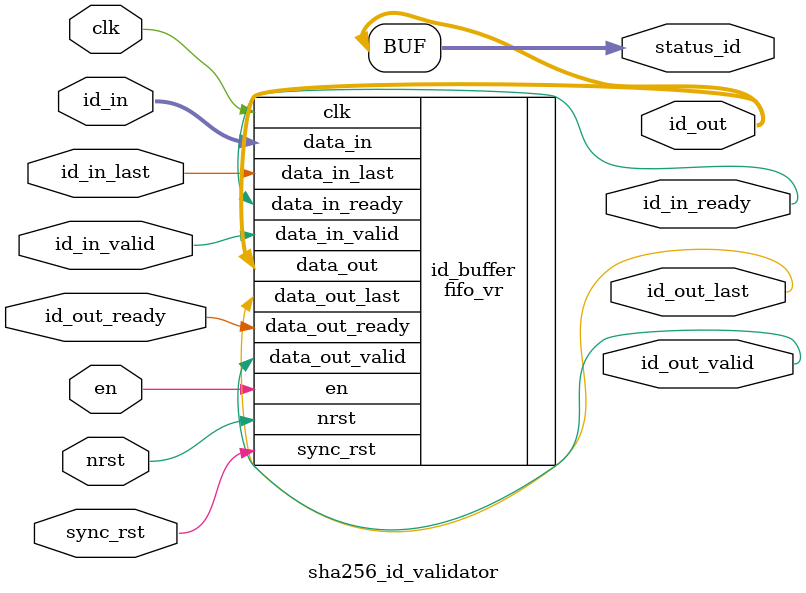
<source format=sv>
module sha256_id_validator (
    input logic clk,
    input logic nrst,
    input logic en,
    
    // Synchronous, localised reset
    input logic sync_rst,
    
    // ID In
    input  logic [5:0] id_in,
    input  logic id_in_last,
    input  logic id_in_valid,
    output logic id_in_ready,

    // ID Out
    output logic [5:0] id_out,
    output logic id_out_last,
    output logic id_out_valid,
    input  logic id_out_ready,

    // Status Out
    output logic [5:0] status_id
);
    
    fifo_vr #(8, // Depth
              6  // Data Width 
    ) id_buffer (
        .clk (clk),
        .nrst (nrst),
        .en (en),
        .sync_rst (sync_rst),
        .data_in (id_in),
        .data_in_last (id_in_last),
        .data_in_valid (id_in_valid),
        .data_in_ready (id_in_ready),
        .data_out (id_out),
        .data_out_last (id_out_last),
        .data_out_valid (id_out_valid),
        .data_out_ready (id_out_ready)
    );

    // Status Signal Logic
    // - status ID is updated when id_out is updated
    assign status_id = id_out;
endmodule
</source>
